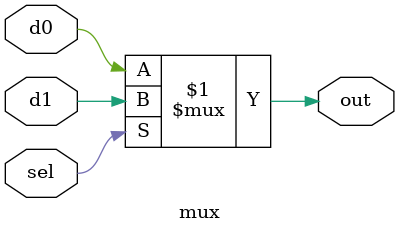
<source format=v>
`timescale 10ns/1ps

module mux(out, d0, d1, sel);
//input
input d0, d1, sel ;

//output 
output out ;

assign out = (sel) ? d1 : d0 ;
endmodule
</source>
